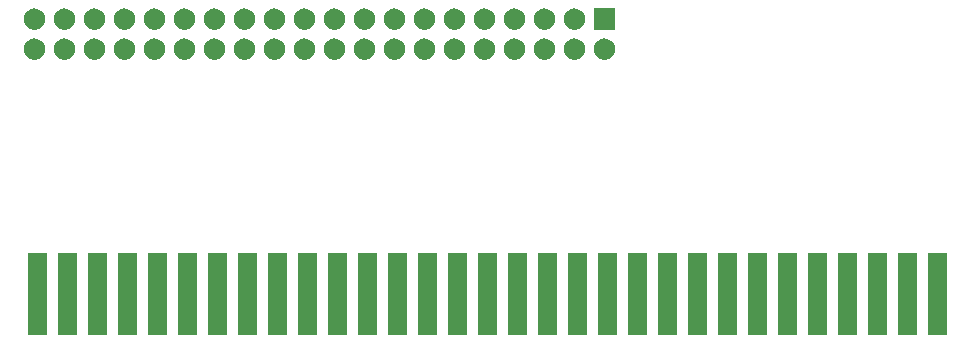
<source format=gbr>
G04 #@! TF.GenerationSoftware,KiCad,Pcbnew,(5.1.5)-3*
G04 #@! TF.CreationDate,2021-07-01T18:35:26+03:00*
G04 #@! TF.ProjectId,ISARPi,49534152-5069-42e6-9b69-6361645f7063,rev?*
G04 #@! TF.SameCoordinates,Original*
G04 #@! TF.FileFunction,Soldermask,Bot*
G04 #@! TF.FilePolarity,Negative*
%FSLAX46Y46*%
G04 Gerber Fmt 4.6, Leading zero omitted, Abs format (unit mm)*
G04 Created by KiCad (PCBNEW (5.1.5)-3) date 2021-07-01 18:35:26*
%MOMM*%
%LPD*%
G04 APERTURE LIST*
%ADD10C,0.100000*%
G04 APERTURE END LIST*
D10*
G36*
X92713000Y-93861000D02*
G01*
X91087000Y-93861000D01*
X91087000Y-86901000D01*
X92713000Y-86901000D01*
X92713000Y-93861000D01*
G37*
G36*
X130813000Y-93861000D02*
G01*
X129187000Y-93861000D01*
X129187000Y-86901000D01*
X130813000Y-86901000D01*
X130813000Y-93861000D01*
G37*
G36*
X168913000Y-93861000D02*
G01*
X167287000Y-93861000D01*
X167287000Y-86901000D01*
X168913000Y-86901000D01*
X168913000Y-93861000D01*
G37*
G36*
X163833000Y-93861000D02*
G01*
X162207000Y-93861000D01*
X162207000Y-86901000D01*
X163833000Y-86901000D01*
X163833000Y-93861000D01*
G37*
G36*
X161293000Y-93861000D02*
G01*
X159667000Y-93861000D01*
X159667000Y-86901000D01*
X161293000Y-86901000D01*
X161293000Y-93861000D01*
G37*
G36*
X158753000Y-93861000D02*
G01*
X157127000Y-93861000D01*
X157127000Y-86901000D01*
X158753000Y-86901000D01*
X158753000Y-93861000D01*
G37*
G36*
X156213000Y-93861000D02*
G01*
X154587000Y-93861000D01*
X154587000Y-86901000D01*
X156213000Y-86901000D01*
X156213000Y-93861000D01*
G37*
G36*
X153673000Y-93861000D02*
G01*
X152047000Y-93861000D01*
X152047000Y-86901000D01*
X153673000Y-86901000D01*
X153673000Y-93861000D01*
G37*
G36*
X151133000Y-93861000D02*
G01*
X149507000Y-93861000D01*
X149507000Y-86901000D01*
X151133000Y-86901000D01*
X151133000Y-93861000D01*
G37*
G36*
X148593000Y-93861000D02*
G01*
X146967000Y-93861000D01*
X146967000Y-86901000D01*
X148593000Y-86901000D01*
X148593000Y-93861000D01*
G37*
G36*
X146053000Y-93861000D02*
G01*
X144427000Y-93861000D01*
X144427000Y-86901000D01*
X146053000Y-86901000D01*
X146053000Y-93861000D01*
G37*
G36*
X143513000Y-93861000D02*
G01*
X141887000Y-93861000D01*
X141887000Y-86901000D01*
X143513000Y-86901000D01*
X143513000Y-93861000D01*
G37*
G36*
X140973000Y-93861000D02*
G01*
X139347000Y-93861000D01*
X139347000Y-86901000D01*
X140973000Y-86901000D01*
X140973000Y-93861000D01*
G37*
G36*
X138433000Y-93861000D02*
G01*
X136807000Y-93861000D01*
X136807000Y-86901000D01*
X138433000Y-86901000D01*
X138433000Y-93861000D01*
G37*
G36*
X135893000Y-93861000D02*
G01*
X134267000Y-93861000D01*
X134267000Y-86901000D01*
X135893000Y-86901000D01*
X135893000Y-93861000D01*
G37*
G36*
X133353000Y-93861000D02*
G01*
X131727000Y-93861000D01*
X131727000Y-86901000D01*
X133353000Y-86901000D01*
X133353000Y-93861000D01*
G37*
G36*
X128273000Y-93861000D02*
G01*
X126647000Y-93861000D01*
X126647000Y-86901000D01*
X128273000Y-86901000D01*
X128273000Y-93861000D01*
G37*
G36*
X95253000Y-93861000D02*
G01*
X93627000Y-93861000D01*
X93627000Y-86901000D01*
X95253000Y-86901000D01*
X95253000Y-93861000D01*
G37*
G36*
X97793000Y-93861000D02*
G01*
X96167000Y-93861000D01*
X96167000Y-86901000D01*
X97793000Y-86901000D01*
X97793000Y-93861000D01*
G37*
G36*
X100333000Y-93861000D02*
G01*
X98707000Y-93861000D01*
X98707000Y-86901000D01*
X100333000Y-86901000D01*
X100333000Y-93861000D01*
G37*
G36*
X102873000Y-93861000D02*
G01*
X101247000Y-93861000D01*
X101247000Y-86901000D01*
X102873000Y-86901000D01*
X102873000Y-93861000D01*
G37*
G36*
X105413000Y-93861000D02*
G01*
X103787000Y-93861000D01*
X103787000Y-86901000D01*
X105413000Y-86901000D01*
X105413000Y-93861000D01*
G37*
G36*
X107953000Y-93861000D02*
G01*
X106327000Y-93861000D01*
X106327000Y-86901000D01*
X107953000Y-86901000D01*
X107953000Y-93861000D01*
G37*
G36*
X110493000Y-93861000D02*
G01*
X108867000Y-93861000D01*
X108867000Y-86901000D01*
X110493000Y-86901000D01*
X110493000Y-93861000D01*
G37*
G36*
X115573000Y-93861000D02*
G01*
X113947000Y-93861000D01*
X113947000Y-86901000D01*
X115573000Y-86901000D01*
X115573000Y-93861000D01*
G37*
G36*
X118113000Y-93861000D02*
G01*
X116487000Y-93861000D01*
X116487000Y-86901000D01*
X118113000Y-86901000D01*
X118113000Y-93861000D01*
G37*
G36*
X120653000Y-93861000D02*
G01*
X119027000Y-93861000D01*
X119027000Y-86901000D01*
X120653000Y-86901000D01*
X120653000Y-93861000D01*
G37*
G36*
X123193000Y-93861000D02*
G01*
X121567000Y-93861000D01*
X121567000Y-86901000D01*
X123193000Y-86901000D01*
X123193000Y-93861000D01*
G37*
G36*
X125733000Y-93861000D02*
G01*
X124107000Y-93861000D01*
X124107000Y-86901000D01*
X125733000Y-86901000D01*
X125733000Y-93861000D01*
G37*
G36*
X166373000Y-93861000D02*
G01*
X164747000Y-93861000D01*
X164747000Y-86901000D01*
X166373000Y-86901000D01*
X166373000Y-93861000D01*
G37*
G36*
X113033000Y-93861000D02*
G01*
X111407000Y-93861000D01*
X111407000Y-86901000D01*
X113033000Y-86901000D01*
X113033000Y-93861000D01*
G37*
G36*
X132393512Y-68743927D02*
G01*
X132542812Y-68773624D01*
X132706784Y-68841544D01*
X132854354Y-68940147D01*
X132979853Y-69065646D01*
X133078456Y-69213216D01*
X133146376Y-69377188D01*
X133181000Y-69551259D01*
X133181000Y-69728741D01*
X133146376Y-69902812D01*
X133078456Y-70066784D01*
X132979853Y-70214354D01*
X132854354Y-70339853D01*
X132706784Y-70438456D01*
X132542812Y-70506376D01*
X132393512Y-70536073D01*
X132368742Y-70541000D01*
X132191258Y-70541000D01*
X132166488Y-70536073D01*
X132017188Y-70506376D01*
X131853216Y-70438456D01*
X131705646Y-70339853D01*
X131580147Y-70214354D01*
X131481544Y-70066784D01*
X131413624Y-69902812D01*
X131379000Y-69728741D01*
X131379000Y-69551259D01*
X131413624Y-69377188D01*
X131481544Y-69213216D01*
X131580147Y-69065646D01*
X131705646Y-68940147D01*
X131853216Y-68841544D01*
X132017188Y-68773624D01*
X132166488Y-68743927D01*
X132191258Y-68739000D01*
X132368742Y-68739000D01*
X132393512Y-68743927D01*
G37*
G36*
X134933512Y-68743927D02*
G01*
X135082812Y-68773624D01*
X135246784Y-68841544D01*
X135394354Y-68940147D01*
X135519853Y-69065646D01*
X135618456Y-69213216D01*
X135686376Y-69377188D01*
X135721000Y-69551259D01*
X135721000Y-69728741D01*
X135686376Y-69902812D01*
X135618456Y-70066784D01*
X135519853Y-70214354D01*
X135394354Y-70339853D01*
X135246784Y-70438456D01*
X135082812Y-70506376D01*
X134933512Y-70536073D01*
X134908742Y-70541000D01*
X134731258Y-70541000D01*
X134706488Y-70536073D01*
X134557188Y-70506376D01*
X134393216Y-70438456D01*
X134245646Y-70339853D01*
X134120147Y-70214354D01*
X134021544Y-70066784D01*
X133953624Y-69902812D01*
X133919000Y-69728741D01*
X133919000Y-69551259D01*
X133953624Y-69377188D01*
X134021544Y-69213216D01*
X134120147Y-69065646D01*
X134245646Y-68940147D01*
X134393216Y-68841544D01*
X134557188Y-68773624D01*
X134706488Y-68743927D01*
X134731258Y-68739000D01*
X134908742Y-68739000D01*
X134933512Y-68743927D01*
G37*
G36*
X140013512Y-68743927D02*
G01*
X140162812Y-68773624D01*
X140326784Y-68841544D01*
X140474354Y-68940147D01*
X140599853Y-69065646D01*
X140698456Y-69213216D01*
X140766376Y-69377188D01*
X140801000Y-69551259D01*
X140801000Y-69728741D01*
X140766376Y-69902812D01*
X140698456Y-70066784D01*
X140599853Y-70214354D01*
X140474354Y-70339853D01*
X140326784Y-70438456D01*
X140162812Y-70506376D01*
X140013512Y-70536073D01*
X139988742Y-70541000D01*
X139811258Y-70541000D01*
X139786488Y-70536073D01*
X139637188Y-70506376D01*
X139473216Y-70438456D01*
X139325646Y-70339853D01*
X139200147Y-70214354D01*
X139101544Y-70066784D01*
X139033624Y-69902812D01*
X138999000Y-69728741D01*
X138999000Y-69551259D01*
X139033624Y-69377188D01*
X139101544Y-69213216D01*
X139200147Y-69065646D01*
X139325646Y-68940147D01*
X139473216Y-68841544D01*
X139637188Y-68773624D01*
X139786488Y-68743927D01*
X139811258Y-68739000D01*
X139988742Y-68739000D01*
X140013512Y-68743927D01*
G37*
G36*
X112073512Y-68743927D02*
G01*
X112222812Y-68773624D01*
X112386784Y-68841544D01*
X112534354Y-68940147D01*
X112659853Y-69065646D01*
X112758456Y-69213216D01*
X112826376Y-69377188D01*
X112861000Y-69551259D01*
X112861000Y-69728741D01*
X112826376Y-69902812D01*
X112758456Y-70066784D01*
X112659853Y-70214354D01*
X112534354Y-70339853D01*
X112386784Y-70438456D01*
X112222812Y-70506376D01*
X112073512Y-70536073D01*
X112048742Y-70541000D01*
X111871258Y-70541000D01*
X111846488Y-70536073D01*
X111697188Y-70506376D01*
X111533216Y-70438456D01*
X111385646Y-70339853D01*
X111260147Y-70214354D01*
X111161544Y-70066784D01*
X111093624Y-69902812D01*
X111059000Y-69728741D01*
X111059000Y-69551259D01*
X111093624Y-69377188D01*
X111161544Y-69213216D01*
X111260147Y-69065646D01*
X111385646Y-68940147D01*
X111533216Y-68841544D01*
X111697188Y-68773624D01*
X111846488Y-68743927D01*
X111871258Y-68739000D01*
X112048742Y-68739000D01*
X112073512Y-68743927D01*
G37*
G36*
X101913512Y-68743927D02*
G01*
X102062812Y-68773624D01*
X102226784Y-68841544D01*
X102374354Y-68940147D01*
X102499853Y-69065646D01*
X102598456Y-69213216D01*
X102666376Y-69377188D01*
X102701000Y-69551259D01*
X102701000Y-69728741D01*
X102666376Y-69902812D01*
X102598456Y-70066784D01*
X102499853Y-70214354D01*
X102374354Y-70339853D01*
X102226784Y-70438456D01*
X102062812Y-70506376D01*
X101913512Y-70536073D01*
X101888742Y-70541000D01*
X101711258Y-70541000D01*
X101686488Y-70536073D01*
X101537188Y-70506376D01*
X101373216Y-70438456D01*
X101225646Y-70339853D01*
X101100147Y-70214354D01*
X101001544Y-70066784D01*
X100933624Y-69902812D01*
X100899000Y-69728741D01*
X100899000Y-69551259D01*
X100933624Y-69377188D01*
X101001544Y-69213216D01*
X101100147Y-69065646D01*
X101225646Y-68940147D01*
X101373216Y-68841544D01*
X101537188Y-68773624D01*
X101686488Y-68743927D01*
X101711258Y-68739000D01*
X101888742Y-68739000D01*
X101913512Y-68743927D01*
G37*
G36*
X114613512Y-68743927D02*
G01*
X114762812Y-68773624D01*
X114926784Y-68841544D01*
X115074354Y-68940147D01*
X115199853Y-69065646D01*
X115298456Y-69213216D01*
X115366376Y-69377188D01*
X115401000Y-69551259D01*
X115401000Y-69728741D01*
X115366376Y-69902812D01*
X115298456Y-70066784D01*
X115199853Y-70214354D01*
X115074354Y-70339853D01*
X114926784Y-70438456D01*
X114762812Y-70506376D01*
X114613512Y-70536073D01*
X114588742Y-70541000D01*
X114411258Y-70541000D01*
X114386488Y-70536073D01*
X114237188Y-70506376D01*
X114073216Y-70438456D01*
X113925646Y-70339853D01*
X113800147Y-70214354D01*
X113701544Y-70066784D01*
X113633624Y-69902812D01*
X113599000Y-69728741D01*
X113599000Y-69551259D01*
X113633624Y-69377188D01*
X113701544Y-69213216D01*
X113800147Y-69065646D01*
X113925646Y-68940147D01*
X114073216Y-68841544D01*
X114237188Y-68773624D01*
X114386488Y-68743927D01*
X114411258Y-68739000D01*
X114588742Y-68739000D01*
X114613512Y-68743927D01*
G37*
G36*
X91753512Y-68743927D02*
G01*
X91902812Y-68773624D01*
X92066784Y-68841544D01*
X92214354Y-68940147D01*
X92339853Y-69065646D01*
X92438456Y-69213216D01*
X92506376Y-69377188D01*
X92541000Y-69551259D01*
X92541000Y-69728741D01*
X92506376Y-69902812D01*
X92438456Y-70066784D01*
X92339853Y-70214354D01*
X92214354Y-70339853D01*
X92066784Y-70438456D01*
X91902812Y-70506376D01*
X91753512Y-70536073D01*
X91728742Y-70541000D01*
X91551258Y-70541000D01*
X91526488Y-70536073D01*
X91377188Y-70506376D01*
X91213216Y-70438456D01*
X91065646Y-70339853D01*
X90940147Y-70214354D01*
X90841544Y-70066784D01*
X90773624Y-69902812D01*
X90739000Y-69728741D01*
X90739000Y-69551259D01*
X90773624Y-69377188D01*
X90841544Y-69213216D01*
X90940147Y-69065646D01*
X91065646Y-68940147D01*
X91213216Y-68841544D01*
X91377188Y-68773624D01*
X91526488Y-68743927D01*
X91551258Y-68739000D01*
X91728742Y-68739000D01*
X91753512Y-68743927D01*
G37*
G36*
X94293512Y-68743927D02*
G01*
X94442812Y-68773624D01*
X94606784Y-68841544D01*
X94754354Y-68940147D01*
X94879853Y-69065646D01*
X94978456Y-69213216D01*
X95046376Y-69377188D01*
X95081000Y-69551259D01*
X95081000Y-69728741D01*
X95046376Y-69902812D01*
X94978456Y-70066784D01*
X94879853Y-70214354D01*
X94754354Y-70339853D01*
X94606784Y-70438456D01*
X94442812Y-70506376D01*
X94293512Y-70536073D01*
X94268742Y-70541000D01*
X94091258Y-70541000D01*
X94066488Y-70536073D01*
X93917188Y-70506376D01*
X93753216Y-70438456D01*
X93605646Y-70339853D01*
X93480147Y-70214354D01*
X93381544Y-70066784D01*
X93313624Y-69902812D01*
X93279000Y-69728741D01*
X93279000Y-69551259D01*
X93313624Y-69377188D01*
X93381544Y-69213216D01*
X93480147Y-69065646D01*
X93605646Y-68940147D01*
X93753216Y-68841544D01*
X93917188Y-68773624D01*
X94066488Y-68743927D01*
X94091258Y-68739000D01*
X94268742Y-68739000D01*
X94293512Y-68743927D01*
G37*
G36*
X96833512Y-68743927D02*
G01*
X96982812Y-68773624D01*
X97146784Y-68841544D01*
X97294354Y-68940147D01*
X97419853Y-69065646D01*
X97518456Y-69213216D01*
X97586376Y-69377188D01*
X97621000Y-69551259D01*
X97621000Y-69728741D01*
X97586376Y-69902812D01*
X97518456Y-70066784D01*
X97419853Y-70214354D01*
X97294354Y-70339853D01*
X97146784Y-70438456D01*
X96982812Y-70506376D01*
X96833512Y-70536073D01*
X96808742Y-70541000D01*
X96631258Y-70541000D01*
X96606488Y-70536073D01*
X96457188Y-70506376D01*
X96293216Y-70438456D01*
X96145646Y-70339853D01*
X96020147Y-70214354D01*
X95921544Y-70066784D01*
X95853624Y-69902812D01*
X95819000Y-69728741D01*
X95819000Y-69551259D01*
X95853624Y-69377188D01*
X95921544Y-69213216D01*
X96020147Y-69065646D01*
X96145646Y-68940147D01*
X96293216Y-68841544D01*
X96457188Y-68773624D01*
X96606488Y-68743927D01*
X96631258Y-68739000D01*
X96808742Y-68739000D01*
X96833512Y-68743927D01*
G37*
G36*
X99373512Y-68743927D02*
G01*
X99522812Y-68773624D01*
X99686784Y-68841544D01*
X99834354Y-68940147D01*
X99959853Y-69065646D01*
X100058456Y-69213216D01*
X100126376Y-69377188D01*
X100161000Y-69551259D01*
X100161000Y-69728741D01*
X100126376Y-69902812D01*
X100058456Y-70066784D01*
X99959853Y-70214354D01*
X99834354Y-70339853D01*
X99686784Y-70438456D01*
X99522812Y-70506376D01*
X99373512Y-70536073D01*
X99348742Y-70541000D01*
X99171258Y-70541000D01*
X99146488Y-70536073D01*
X98997188Y-70506376D01*
X98833216Y-70438456D01*
X98685646Y-70339853D01*
X98560147Y-70214354D01*
X98461544Y-70066784D01*
X98393624Y-69902812D01*
X98359000Y-69728741D01*
X98359000Y-69551259D01*
X98393624Y-69377188D01*
X98461544Y-69213216D01*
X98560147Y-69065646D01*
X98685646Y-68940147D01*
X98833216Y-68841544D01*
X98997188Y-68773624D01*
X99146488Y-68743927D01*
X99171258Y-68739000D01*
X99348742Y-68739000D01*
X99373512Y-68743927D01*
G37*
G36*
X127313512Y-68743927D02*
G01*
X127462812Y-68773624D01*
X127626784Y-68841544D01*
X127774354Y-68940147D01*
X127899853Y-69065646D01*
X127998456Y-69213216D01*
X128066376Y-69377188D01*
X128101000Y-69551259D01*
X128101000Y-69728741D01*
X128066376Y-69902812D01*
X127998456Y-70066784D01*
X127899853Y-70214354D01*
X127774354Y-70339853D01*
X127626784Y-70438456D01*
X127462812Y-70506376D01*
X127313512Y-70536073D01*
X127288742Y-70541000D01*
X127111258Y-70541000D01*
X127086488Y-70536073D01*
X126937188Y-70506376D01*
X126773216Y-70438456D01*
X126625646Y-70339853D01*
X126500147Y-70214354D01*
X126401544Y-70066784D01*
X126333624Y-69902812D01*
X126299000Y-69728741D01*
X126299000Y-69551259D01*
X126333624Y-69377188D01*
X126401544Y-69213216D01*
X126500147Y-69065646D01*
X126625646Y-68940147D01*
X126773216Y-68841544D01*
X126937188Y-68773624D01*
X127086488Y-68743927D01*
X127111258Y-68739000D01*
X127288742Y-68739000D01*
X127313512Y-68743927D01*
G37*
G36*
X129853512Y-68743927D02*
G01*
X130002812Y-68773624D01*
X130166784Y-68841544D01*
X130314354Y-68940147D01*
X130439853Y-69065646D01*
X130538456Y-69213216D01*
X130606376Y-69377188D01*
X130641000Y-69551259D01*
X130641000Y-69728741D01*
X130606376Y-69902812D01*
X130538456Y-70066784D01*
X130439853Y-70214354D01*
X130314354Y-70339853D01*
X130166784Y-70438456D01*
X130002812Y-70506376D01*
X129853512Y-70536073D01*
X129828742Y-70541000D01*
X129651258Y-70541000D01*
X129626488Y-70536073D01*
X129477188Y-70506376D01*
X129313216Y-70438456D01*
X129165646Y-70339853D01*
X129040147Y-70214354D01*
X128941544Y-70066784D01*
X128873624Y-69902812D01*
X128839000Y-69728741D01*
X128839000Y-69551259D01*
X128873624Y-69377188D01*
X128941544Y-69213216D01*
X129040147Y-69065646D01*
X129165646Y-68940147D01*
X129313216Y-68841544D01*
X129477188Y-68773624D01*
X129626488Y-68743927D01*
X129651258Y-68739000D01*
X129828742Y-68739000D01*
X129853512Y-68743927D01*
G37*
G36*
X104453512Y-68743927D02*
G01*
X104602812Y-68773624D01*
X104766784Y-68841544D01*
X104914354Y-68940147D01*
X105039853Y-69065646D01*
X105138456Y-69213216D01*
X105206376Y-69377188D01*
X105241000Y-69551259D01*
X105241000Y-69728741D01*
X105206376Y-69902812D01*
X105138456Y-70066784D01*
X105039853Y-70214354D01*
X104914354Y-70339853D01*
X104766784Y-70438456D01*
X104602812Y-70506376D01*
X104453512Y-70536073D01*
X104428742Y-70541000D01*
X104251258Y-70541000D01*
X104226488Y-70536073D01*
X104077188Y-70506376D01*
X103913216Y-70438456D01*
X103765646Y-70339853D01*
X103640147Y-70214354D01*
X103541544Y-70066784D01*
X103473624Y-69902812D01*
X103439000Y-69728741D01*
X103439000Y-69551259D01*
X103473624Y-69377188D01*
X103541544Y-69213216D01*
X103640147Y-69065646D01*
X103765646Y-68940147D01*
X103913216Y-68841544D01*
X104077188Y-68773624D01*
X104226488Y-68743927D01*
X104251258Y-68739000D01*
X104428742Y-68739000D01*
X104453512Y-68743927D01*
G37*
G36*
X106993512Y-68743927D02*
G01*
X107142812Y-68773624D01*
X107306784Y-68841544D01*
X107454354Y-68940147D01*
X107579853Y-69065646D01*
X107678456Y-69213216D01*
X107746376Y-69377188D01*
X107781000Y-69551259D01*
X107781000Y-69728741D01*
X107746376Y-69902812D01*
X107678456Y-70066784D01*
X107579853Y-70214354D01*
X107454354Y-70339853D01*
X107306784Y-70438456D01*
X107142812Y-70506376D01*
X106993512Y-70536073D01*
X106968742Y-70541000D01*
X106791258Y-70541000D01*
X106766488Y-70536073D01*
X106617188Y-70506376D01*
X106453216Y-70438456D01*
X106305646Y-70339853D01*
X106180147Y-70214354D01*
X106081544Y-70066784D01*
X106013624Y-69902812D01*
X105979000Y-69728741D01*
X105979000Y-69551259D01*
X106013624Y-69377188D01*
X106081544Y-69213216D01*
X106180147Y-69065646D01*
X106305646Y-68940147D01*
X106453216Y-68841544D01*
X106617188Y-68773624D01*
X106766488Y-68743927D01*
X106791258Y-68739000D01*
X106968742Y-68739000D01*
X106993512Y-68743927D01*
G37*
G36*
X109533512Y-68743927D02*
G01*
X109682812Y-68773624D01*
X109846784Y-68841544D01*
X109994354Y-68940147D01*
X110119853Y-69065646D01*
X110218456Y-69213216D01*
X110286376Y-69377188D01*
X110321000Y-69551259D01*
X110321000Y-69728741D01*
X110286376Y-69902812D01*
X110218456Y-70066784D01*
X110119853Y-70214354D01*
X109994354Y-70339853D01*
X109846784Y-70438456D01*
X109682812Y-70506376D01*
X109533512Y-70536073D01*
X109508742Y-70541000D01*
X109331258Y-70541000D01*
X109306488Y-70536073D01*
X109157188Y-70506376D01*
X108993216Y-70438456D01*
X108845646Y-70339853D01*
X108720147Y-70214354D01*
X108621544Y-70066784D01*
X108553624Y-69902812D01*
X108519000Y-69728741D01*
X108519000Y-69551259D01*
X108553624Y-69377188D01*
X108621544Y-69213216D01*
X108720147Y-69065646D01*
X108845646Y-68940147D01*
X108993216Y-68841544D01*
X109157188Y-68773624D01*
X109306488Y-68743927D01*
X109331258Y-68739000D01*
X109508742Y-68739000D01*
X109533512Y-68743927D01*
G37*
G36*
X137473512Y-68743927D02*
G01*
X137622812Y-68773624D01*
X137786784Y-68841544D01*
X137934354Y-68940147D01*
X138059853Y-69065646D01*
X138158456Y-69213216D01*
X138226376Y-69377188D01*
X138261000Y-69551259D01*
X138261000Y-69728741D01*
X138226376Y-69902812D01*
X138158456Y-70066784D01*
X138059853Y-70214354D01*
X137934354Y-70339853D01*
X137786784Y-70438456D01*
X137622812Y-70506376D01*
X137473512Y-70536073D01*
X137448742Y-70541000D01*
X137271258Y-70541000D01*
X137246488Y-70536073D01*
X137097188Y-70506376D01*
X136933216Y-70438456D01*
X136785646Y-70339853D01*
X136660147Y-70214354D01*
X136561544Y-70066784D01*
X136493624Y-69902812D01*
X136459000Y-69728741D01*
X136459000Y-69551259D01*
X136493624Y-69377188D01*
X136561544Y-69213216D01*
X136660147Y-69065646D01*
X136785646Y-68940147D01*
X136933216Y-68841544D01*
X137097188Y-68773624D01*
X137246488Y-68743927D01*
X137271258Y-68739000D01*
X137448742Y-68739000D01*
X137473512Y-68743927D01*
G37*
G36*
X117153512Y-68743927D02*
G01*
X117302812Y-68773624D01*
X117466784Y-68841544D01*
X117614354Y-68940147D01*
X117739853Y-69065646D01*
X117838456Y-69213216D01*
X117906376Y-69377188D01*
X117941000Y-69551259D01*
X117941000Y-69728741D01*
X117906376Y-69902812D01*
X117838456Y-70066784D01*
X117739853Y-70214354D01*
X117614354Y-70339853D01*
X117466784Y-70438456D01*
X117302812Y-70506376D01*
X117153512Y-70536073D01*
X117128742Y-70541000D01*
X116951258Y-70541000D01*
X116926488Y-70536073D01*
X116777188Y-70506376D01*
X116613216Y-70438456D01*
X116465646Y-70339853D01*
X116340147Y-70214354D01*
X116241544Y-70066784D01*
X116173624Y-69902812D01*
X116139000Y-69728741D01*
X116139000Y-69551259D01*
X116173624Y-69377188D01*
X116241544Y-69213216D01*
X116340147Y-69065646D01*
X116465646Y-68940147D01*
X116613216Y-68841544D01*
X116777188Y-68773624D01*
X116926488Y-68743927D01*
X116951258Y-68739000D01*
X117128742Y-68739000D01*
X117153512Y-68743927D01*
G37*
G36*
X119693512Y-68743927D02*
G01*
X119842812Y-68773624D01*
X120006784Y-68841544D01*
X120154354Y-68940147D01*
X120279853Y-69065646D01*
X120378456Y-69213216D01*
X120446376Y-69377188D01*
X120481000Y-69551259D01*
X120481000Y-69728741D01*
X120446376Y-69902812D01*
X120378456Y-70066784D01*
X120279853Y-70214354D01*
X120154354Y-70339853D01*
X120006784Y-70438456D01*
X119842812Y-70506376D01*
X119693512Y-70536073D01*
X119668742Y-70541000D01*
X119491258Y-70541000D01*
X119466488Y-70536073D01*
X119317188Y-70506376D01*
X119153216Y-70438456D01*
X119005646Y-70339853D01*
X118880147Y-70214354D01*
X118781544Y-70066784D01*
X118713624Y-69902812D01*
X118679000Y-69728741D01*
X118679000Y-69551259D01*
X118713624Y-69377188D01*
X118781544Y-69213216D01*
X118880147Y-69065646D01*
X119005646Y-68940147D01*
X119153216Y-68841544D01*
X119317188Y-68773624D01*
X119466488Y-68743927D01*
X119491258Y-68739000D01*
X119668742Y-68739000D01*
X119693512Y-68743927D01*
G37*
G36*
X122233512Y-68743927D02*
G01*
X122382812Y-68773624D01*
X122546784Y-68841544D01*
X122694354Y-68940147D01*
X122819853Y-69065646D01*
X122918456Y-69213216D01*
X122986376Y-69377188D01*
X123021000Y-69551259D01*
X123021000Y-69728741D01*
X122986376Y-69902812D01*
X122918456Y-70066784D01*
X122819853Y-70214354D01*
X122694354Y-70339853D01*
X122546784Y-70438456D01*
X122382812Y-70506376D01*
X122233512Y-70536073D01*
X122208742Y-70541000D01*
X122031258Y-70541000D01*
X122006488Y-70536073D01*
X121857188Y-70506376D01*
X121693216Y-70438456D01*
X121545646Y-70339853D01*
X121420147Y-70214354D01*
X121321544Y-70066784D01*
X121253624Y-69902812D01*
X121219000Y-69728741D01*
X121219000Y-69551259D01*
X121253624Y-69377188D01*
X121321544Y-69213216D01*
X121420147Y-69065646D01*
X121545646Y-68940147D01*
X121693216Y-68841544D01*
X121857188Y-68773624D01*
X122006488Y-68743927D01*
X122031258Y-68739000D01*
X122208742Y-68739000D01*
X122233512Y-68743927D01*
G37*
G36*
X124773512Y-68743927D02*
G01*
X124922812Y-68773624D01*
X125086784Y-68841544D01*
X125234354Y-68940147D01*
X125359853Y-69065646D01*
X125458456Y-69213216D01*
X125526376Y-69377188D01*
X125561000Y-69551259D01*
X125561000Y-69728741D01*
X125526376Y-69902812D01*
X125458456Y-70066784D01*
X125359853Y-70214354D01*
X125234354Y-70339853D01*
X125086784Y-70438456D01*
X124922812Y-70506376D01*
X124773512Y-70536073D01*
X124748742Y-70541000D01*
X124571258Y-70541000D01*
X124546488Y-70536073D01*
X124397188Y-70506376D01*
X124233216Y-70438456D01*
X124085646Y-70339853D01*
X123960147Y-70214354D01*
X123861544Y-70066784D01*
X123793624Y-69902812D01*
X123759000Y-69728741D01*
X123759000Y-69551259D01*
X123793624Y-69377188D01*
X123861544Y-69213216D01*
X123960147Y-69065646D01*
X124085646Y-68940147D01*
X124233216Y-68841544D01*
X124397188Y-68773624D01*
X124546488Y-68743927D01*
X124571258Y-68739000D01*
X124748742Y-68739000D01*
X124773512Y-68743927D01*
G37*
G36*
X91753512Y-66203927D02*
G01*
X91902812Y-66233624D01*
X92066784Y-66301544D01*
X92214354Y-66400147D01*
X92339853Y-66525646D01*
X92438456Y-66673216D01*
X92506376Y-66837188D01*
X92541000Y-67011259D01*
X92541000Y-67188741D01*
X92506376Y-67362812D01*
X92438456Y-67526784D01*
X92339853Y-67674354D01*
X92214354Y-67799853D01*
X92066784Y-67898456D01*
X91902812Y-67966376D01*
X91753512Y-67996073D01*
X91728742Y-68001000D01*
X91551258Y-68001000D01*
X91526488Y-67996073D01*
X91377188Y-67966376D01*
X91213216Y-67898456D01*
X91065646Y-67799853D01*
X90940147Y-67674354D01*
X90841544Y-67526784D01*
X90773624Y-67362812D01*
X90739000Y-67188741D01*
X90739000Y-67011259D01*
X90773624Y-66837188D01*
X90841544Y-66673216D01*
X90940147Y-66525646D01*
X91065646Y-66400147D01*
X91213216Y-66301544D01*
X91377188Y-66233624D01*
X91526488Y-66203927D01*
X91551258Y-66199000D01*
X91728742Y-66199000D01*
X91753512Y-66203927D01*
G37*
G36*
X114613512Y-66203927D02*
G01*
X114762812Y-66233624D01*
X114926784Y-66301544D01*
X115074354Y-66400147D01*
X115199853Y-66525646D01*
X115298456Y-66673216D01*
X115366376Y-66837188D01*
X115401000Y-67011259D01*
X115401000Y-67188741D01*
X115366376Y-67362812D01*
X115298456Y-67526784D01*
X115199853Y-67674354D01*
X115074354Y-67799853D01*
X114926784Y-67898456D01*
X114762812Y-67966376D01*
X114613512Y-67996073D01*
X114588742Y-68001000D01*
X114411258Y-68001000D01*
X114386488Y-67996073D01*
X114237188Y-67966376D01*
X114073216Y-67898456D01*
X113925646Y-67799853D01*
X113800147Y-67674354D01*
X113701544Y-67526784D01*
X113633624Y-67362812D01*
X113599000Y-67188741D01*
X113599000Y-67011259D01*
X113633624Y-66837188D01*
X113701544Y-66673216D01*
X113800147Y-66525646D01*
X113925646Y-66400147D01*
X114073216Y-66301544D01*
X114237188Y-66233624D01*
X114386488Y-66203927D01*
X114411258Y-66199000D01*
X114588742Y-66199000D01*
X114613512Y-66203927D01*
G37*
G36*
X94293512Y-66203927D02*
G01*
X94442812Y-66233624D01*
X94606784Y-66301544D01*
X94754354Y-66400147D01*
X94879853Y-66525646D01*
X94978456Y-66673216D01*
X95046376Y-66837188D01*
X95081000Y-67011259D01*
X95081000Y-67188741D01*
X95046376Y-67362812D01*
X94978456Y-67526784D01*
X94879853Y-67674354D01*
X94754354Y-67799853D01*
X94606784Y-67898456D01*
X94442812Y-67966376D01*
X94293512Y-67996073D01*
X94268742Y-68001000D01*
X94091258Y-68001000D01*
X94066488Y-67996073D01*
X93917188Y-67966376D01*
X93753216Y-67898456D01*
X93605646Y-67799853D01*
X93480147Y-67674354D01*
X93381544Y-67526784D01*
X93313624Y-67362812D01*
X93279000Y-67188741D01*
X93279000Y-67011259D01*
X93313624Y-66837188D01*
X93381544Y-66673216D01*
X93480147Y-66525646D01*
X93605646Y-66400147D01*
X93753216Y-66301544D01*
X93917188Y-66233624D01*
X94066488Y-66203927D01*
X94091258Y-66199000D01*
X94268742Y-66199000D01*
X94293512Y-66203927D01*
G37*
G36*
X112073512Y-66203927D02*
G01*
X112222812Y-66233624D01*
X112386784Y-66301544D01*
X112534354Y-66400147D01*
X112659853Y-66525646D01*
X112758456Y-66673216D01*
X112826376Y-66837188D01*
X112861000Y-67011259D01*
X112861000Y-67188741D01*
X112826376Y-67362812D01*
X112758456Y-67526784D01*
X112659853Y-67674354D01*
X112534354Y-67799853D01*
X112386784Y-67898456D01*
X112222812Y-67966376D01*
X112073512Y-67996073D01*
X112048742Y-68001000D01*
X111871258Y-68001000D01*
X111846488Y-67996073D01*
X111697188Y-67966376D01*
X111533216Y-67898456D01*
X111385646Y-67799853D01*
X111260147Y-67674354D01*
X111161544Y-67526784D01*
X111093624Y-67362812D01*
X111059000Y-67188741D01*
X111059000Y-67011259D01*
X111093624Y-66837188D01*
X111161544Y-66673216D01*
X111260147Y-66525646D01*
X111385646Y-66400147D01*
X111533216Y-66301544D01*
X111697188Y-66233624D01*
X111846488Y-66203927D01*
X111871258Y-66199000D01*
X112048742Y-66199000D01*
X112073512Y-66203927D01*
G37*
G36*
X109533512Y-66203927D02*
G01*
X109682812Y-66233624D01*
X109846784Y-66301544D01*
X109994354Y-66400147D01*
X110119853Y-66525646D01*
X110218456Y-66673216D01*
X110286376Y-66837188D01*
X110321000Y-67011259D01*
X110321000Y-67188741D01*
X110286376Y-67362812D01*
X110218456Y-67526784D01*
X110119853Y-67674354D01*
X109994354Y-67799853D01*
X109846784Y-67898456D01*
X109682812Y-67966376D01*
X109533512Y-67996073D01*
X109508742Y-68001000D01*
X109331258Y-68001000D01*
X109306488Y-67996073D01*
X109157188Y-67966376D01*
X108993216Y-67898456D01*
X108845646Y-67799853D01*
X108720147Y-67674354D01*
X108621544Y-67526784D01*
X108553624Y-67362812D01*
X108519000Y-67188741D01*
X108519000Y-67011259D01*
X108553624Y-66837188D01*
X108621544Y-66673216D01*
X108720147Y-66525646D01*
X108845646Y-66400147D01*
X108993216Y-66301544D01*
X109157188Y-66233624D01*
X109306488Y-66203927D01*
X109331258Y-66199000D01*
X109508742Y-66199000D01*
X109533512Y-66203927D01*
G37*
G36*
X96833512Y-66203927D02*
G01*
X96982812Y-66233624D01*
X97146784Y-66301544D01*
X97294354Y-66400147D01*
X97419853Y-66525646D01*
X97518456Y-66673216D01*
X97586376Y-66837188D01*
X97621000Y-67011259D01*
X97621000Y-67188741D01*
X97586376Y-67362812D01*
X97518456Y-67526784D01*
X97419853Y-67674354D01*
X97294354Y-67799853D01*
X97146784Y-67898456D01*
X96982812Y-67966376D01*
X96833512Y-67996073D01*
X96808742Y-68001000D01*
X96631258Y-68001000D01*
X96606488Y-67996073D01*
X96457188Y-67966376D01*
X96293216Y-67898456D01*
X96145646Y-67799853D01*
X96020147Y-67674354D01*
X95921544Y-67526784D01*
X95853624Y-67362812D01*
X95819000Y-67188741D01*
X95819000Y-67011259D01*
X95853624Y-66837188D01*
X95921544Y-66673216D01*
X96020147Y-66525646D01*
X96145646Y-66400147D01*
X96293216Y-66301544D01*
X96457188Y-66233624D01*
X96606488Y-66203927D01*
X96631258Y-66199000D01*
X96808742Y-66199000D01*
X96833512Y-66203927D01*
G37*
G36*
X106993512Y-66203927D02*
G01*
X107142812Y-66233624D01*
X107306784Y-66301544D01*
X107454354Y-66400147D01*
X107579853Y-66525646D01*
X107678456Y-66673216D01*
X107746376Y-66837188D01*
X107781000Y-67011259D01*
X107781000Y-67188741D01*
X107746376Y-67362812D01*
X107678456Y-67526784D01*
X107579853Y-67674354D01*
X107454354Y-67799853D01*
X107306784Y-67898456D01*
X107142812Y-67966376D01*
X106993512Y-67996073D01*
X106968742Y-68001000D01*
X106791258Y-68001000D01*
X106766488Y-67996073D01*
X106617188Y-67966376D01*
X106453216Y-67898456D01*
X106305646Y-67799853D01*
X106180147Y-67674354D01*
X106081544Y-67526784D01*
X106013624Y-67362812D01*
X105979000Y-67188741D01*
X105979000Y-67011259D01*
X106013624Y-66837188D01*
X106081544Y-66673216D01*
X106180147Y-66525646D01*
X106305646Y-66400147D01*
X106453216Y-66301544D01*
X106617188Y-66233624D01*
X106766488Y-66203927D01*
X106791258Y-66199000D01*
X106968742Y-66199000D01*
X106993512Y-66203927D01*
G37*
G36*
X104453512Y-66203927D02*
G01*
X104602812Y-66233624D01*
X104766784Y-66301544D01*
X104914354Y-66400147D01*
X105039853Y-66525646D01*
X105138456Y-66673216D01*
X105206376Y-66837188D01*
X105241000Y-67011259D01*
X105241000Y-67188741D01*
X105206376Y-67362812D01*
X105138456Y-67526784D01*
X105039853Y-67674354D01*
X104914354Y-67799853D01*
X104766784Y-67898456D01*
X104602812Y-67966376D01*
X104453512Y-67996073D01*
X104428742Y-68001000D01*
X104251258Y-68001000D01*
X104226488Y-67996073D01*
X104077188Y-67966376D01*
X103913216Y-67898456D01*
X103765646Y-67799853D01*
X103640147Y-67674354D01*
X103541544Y-67526784D01*
X103473624Y-67362812D01*
X103439000Y-67188741D01*
X103439000Y-67011259D01*
X103473624Y-66837188D01*
X103541544Y-66673216D01*
X103640147Y-66525646D01*
X103765646Y-66400147D01*
X103913216Y-66301544D01*
X104077188Y-66233624D01*
X104226488Y-66203927D01*
X104251258Y-66199000D01*
X104428742Y-66199000D01*
X104453512Y-66203927D01*
G37*
G36*
X99373512Y-66203927D02*
G01*
X99522812Y-66233624D01*
X99686784Y-66301544D01*
X99834354Y-66400147D01*
X99959853Y-66525646D01*
X100058456Y-66673216D01*
X100126376Y-66837188D01*
X100161000Y-67011259D01*
X100161000Y-67188741D01*
X100126376Y-67362812D01*
X100058456Y-67526784D01*
X99959853Y-67674354D01*
X99834354Y-67799853D01*
X99686784Y-67898456D01*
X99522812Y-67966376D01*
X99373512Y-67996073D01*
X99348742Y-68001000D01*
X99171258Y-68001000D01*
X99146488Y-67996073D01*
X98997188Y-67966376D01*
X98833216Y-67898456D01*
X98685646Y-67799853D01*
X98560147Y-67674354D01*
X98461544Y-67526784D01*
X98393624Y-67362812D01*
X98359000Y-67188741D01*
X98359000Y-67011259D01*
X98393624Y-66837188D01*
X98461544Y-66673216D01*
X98560147Y-66525646D01*
X98685646Y-66400147D01*
X98833216Y-66301544D01*
X98997188Y-66233624D01*
X99146488Y-66203927D01*
X99171258Y-66199000D01*
X99348742Y-66199000D01*
X99373512Y-66203927D01*
G37*
G36*
X101913512Y-66203927D02*
G01*
X102062812Y-66233624D01*
X102226784Y-66301544D01*
X102374354Y-66400147D01*
X102499853Y-66525646D01*
X102598456Y-66673216D01*
X102666376Y-66837188D01*
X102701000Y-67011259D01*
X102701000Y-67188741D01*
X102666376Y-67362812D01*
X102598456Y-67526784D01*
X102499853Y-67674354D01*
X102374354Y-67799853D01*
X102226784Y-67898456D01*
X102062812Y-67966376D01*
X101913512Y-67996073D01*
X101888742Y-68001000D01*
X101711258Y-68001000D01*
X101686488Y-67996073D01*
X101537188Y-67966376D01*
X101373216Y-67898456D01*
X101225646Y-67799853D01*
X101100147Y-67674354D01*
X101001544Y-67526784D01*
X100933624Y-67362812D01*
X100899000Y-67188741D01*
X100899000Y-67011259D01*
X100933624Y-66837188D01*
X101001544Y-66673216D01*
X101100147Y-66525646D01*
X101225646Y-66400147D01*
X101373216Y-66301544D01*
X101537188Y-66233624D01*
X101686488Y-66203927D01*
X101711258Y-66199000D01*
X101888742Y-66199000D01*
X101913512Y-66203927D01*
G37*
G36*
X137473512Y-66203927D02*
G01*
X137622812Y-66233624D01*
X137786784Y-66301544D01*
X137934354Y-66400147D01*
X138059853Y-66525646D01*
X138158456Y-66673216D01*
X138226376Y-66837188D01*
X138261000Y-67011259D01*
X138261000Y-67188741D01*
X138226376Y-67362812D01*
X138158456Y-67526784D01*
X138059853Y-67674354D01*
X137934354Y-67799853D01*
X137786784Y-67898456D01*
X137622812Y-67966376D01*
X137473512Y-67996073D01*
X137448742Y-68001000D01*
X137271258Y-68001000D01*
X137246488Y-67996073D01*
X137097188Y-67966376D01*
X136933216Y-67898456D01*
X136785646Y-67799853D01*
X136660147Y-67674354D01*
X136561544Y-67526784D01*
X136493624Y-67362812D01*
X136459000Y-67188741D01*
X136459000Y-67011259D01*
X136493624Y-66837188D01*
X136561544Y-66673216D01*
X136660147Y-66525646D01*
X136785646Y-66400147D01*
X136933216Y-66301544D01*
X137097188Y-66233624D01*
X137246488Y-66203927D01*
X137271258Y-66199000D01*
X137448742Y-66199000D01*
X137473512Y-66203927D01*
G37*
G36*
X134933512Y-66203927D02*
G01*
X135082812Y-66233624D01*
X135246784Y-66301544D01*
X135394354Y-66400147D01*
X135519853Y-66525646D01*
X135618456Y-66673216D01*
X135686376Y-66837188D01*
X135721000Y-67011259D01*
X135721000Y-67188741D01*
X135686376Y-67362812D01*
X135618456Y-67526784D01*
X135519853Y-67674354D01*
X135394354Y-67799853D01*
X135246784Y-67898456D01*
X135082812Y-67966376D01*
X134933512Y-67996073D01*
X134908742Y-68001000D01*
X134731258Y-68001000D01*
X134706488Y-67996073D01*
X134557188Y-67966376D01*
X134393216Y-67898456D01*
X134245646Y-67799853D01*
X134120147Y-67674354D01*
X134021544Y-67526784D01*
X133953624Y-67362812D01*
X133919000Y-67188741D01*
X133919000Y-67011259D01*
X133953624Y-66837188D01*
X134021544Y-66673216D01*
X134120147Y-66525646D01*
X134245646Y-66400147D01*
X134393216Y-66301544D01*
X134557188Y-66233624D01*
X134706488Y-66203927D01*
X134731258Y-66199000D01*
X134908742Y-66199000D01*
X134933512Y-66203927D01*
G37*
G36*
X132393512Y-66203927D02*
G01*
X132542812Y-66233624D01*
X132706784Y-66301544D01*
X132854354Y-66400147D01*
X132979853Y-66525646D01*
X133078456Y-66673216D01*
X133146376Y-66837188D01*
X133181000Y-67011259D01*
X133181000Y-67188741D01*
X133146376Y-67362812D01*
X133078456Y-67526784D01*
X132979853Y-67674354D01*
X132854354Y-67799853D01*
X132706784Y-67898456D01*
X132542812Y-67966376D01*
X132393512Y-67996073D01*
X132368742Y-68001000D01*
X132191258Y-68001000D01*
X132166488Y-67996073D01*
X132017188Y-67966376D01*
X131853216Y-67898456D01*
X131705646Y-67799853D01*
X131580147Y-67674354D01*
X131481544Y-67526784D01*
X131413624Y-67362812D01*
X131379000Y-67188741D01*
X131379000Y-67011259D01*
X131413624Y-66837188D01*
X131481544Y-66673216D01*
X131580147Y-66525646D01*
X131705646Y-66400147D01*
X131853216Y-66301544D01*
X132017188Y-66233624D01*
X132166488Y-66203927D01*
X132191258Y-66199000D01*
X132368742Y-66199000D01*
X132393512Y-66203927D01*
G37*
G36*
X129853512Y-66203927D02*
G01*
X130002812Y-66233624D01*
X130166784Y-66301544D01*
X130314354Y-66400147D01*
X130439853Y-66525646D01*
X130538456Y-66673216D01*
X130606376Y-66837188D01*
X130641000Y-67011259D01*
X130641000Y-67188741D01*
X130606376Y-67362812D01*
X130538456Y-67526784D01*
X130439853Y-67674354D01*
X130314354Y-67799853D01*
X130166784Y-67898456D01*
X130002812Y-67966376D01*
X129853512Y-67996073D01*
X129828742Y-68001000D01*
X129651258Y-68001000D01*
X129626488Y-67996073D01*
X129477188Y-67966376D01*
X129313216Y-67898456D01*
X129165646Y-67799853D01*
X129040147Y-67674354D01*
X128941544Y-67526784D01*
X128873624Y-67362812D01*
X128839000Y-67188741D01*
X128839000Y-67011259D01*
X128873624Y-66837188D01*
X128941544Y-66673216D01*
X129040147Y-66525646D01*
X129165646Y-66400147D01*
X129313216Y-66301544D01*
X129477188Y-66233624D01*
X129626488Y-66203927D01*
X129651258Y-66199000D01*
X129828742Y-66199000D01*
X129853512Y-66203927D01*
G37*
G36*
X127313512Y-66203927D02*
G01*
X127462812Y-66233624D01*
X127626784Y-66301544D01*
X127774354Y-66400147D01*
X127899853Y-66525646D01*
X127998456Y-66673216D01*
X128066376Y-66837188D01*
X128101000Y-67011259D01*
X128101000Y-67188741D01*
X128066376Y-67362812D01*
X127998456Y-67526784D01*
X127899853Y-67674354D01*
X127774354Y-67799853D01*
X127626784Y-67898456D01*
X127462812Y-67966376D01*
X127313512Y-67996073D01*
X127288742Y-68001000D01*
X127111258Y-68001000D01*
X127086488Y-67996073D01*
X126937188Y-67966376D01*
X126773216Y-67898456D01*
X126625646Y-67799853D01*
X126500147Y-67674354D01*
X126401544Y-67526784D01*
X126333624Y-67362812D01*
X126299000Y-67188741D01*
X126299000Y-67011259D01*
X126333624Y-66837188D01*
X126401544Y-66673216D01*
X126500147Y-66525646D01*
X126625646Y-66400147D01*
X126773216Y-66301544D01*
X126937188Y-66233624D01*
X127086488Y-66203927D01*
X127111258Y-66199000D01*
X127288742Y-66199000D01*
X127313512Y-66203927D01*
G37*
G36*
X124773512Y-66203927D02*
G01*
X124922812Y-66233624D01*
X125086784Y-66301544D01*
X125234354Y-66400147D01*
X125359853Y-66525646D01*
X125458456Y-66673216D01*
X125526376Y-66837188D01*
X125561000Y-67011259D01*
X125561000Y-67188741D01*
X125526376Y-67362812D01*
X125458456Y-67526784D01*
X125359853Y-67674354D01*
X125234354Y-67799853D01*
X125086784Y-67898456D01*
X124922812Y-67966376D01*
X124773512Y-67996073D01*
X124748742Y-68001000D01*
X124571258Y-68001000D01*
X124546488Y-67996073D01*
X124397188Y-67966376D01*
X124233216Y-67898456D01*
X124085646Y-67799853D01*
X123960147Y-67674354D01*
X123861544Y-67526784D01*
X123793624Y-67362812D01*
X123759000Y-67188741D01*
X123759000Y-67011259D01*
X123793624Y-66837188D01*
X123861544Y-66673216D01*
X123960147Y-66525646D01*
X124085646Y-66400147D01*
X124233216Y-66301544D01*
X124397188Y-66233624D01*
X124546488Y-66203927D01*
X124571258Y-66199000D01*
X124748742Y-66199000D01*
X124773512Y-66203927D01*
G37*
G36*
X122233512Y-66203927D02*
G01*
X122382812Y-66233624D01*
X122546784Y-66301544D01*
X122694354Y-66400147D01*
X122819853Y-66525646D01*
X122918456Y-66673216D01*
X122986376Y-66837188D01*
X123021000Y-67011259D01*
X123021000Y-67188741D01*
X122986376Y-67362812D01*
X122918456Y-67526784D01*
X122819853Y-67674354D01*
X122694354Y-67799853D01*
X122546784Y-67898456D01*
X122382812Y-67966376D01*
X122233512Y-67996073D01*
X122208742Y-68001000D01*
X122031258Y-68001000D01*
X122006488Y-67996073D01*
X121857188Y-67966376D01*
X121693216Y-67898456D01*
X121545646Y-67799853D01*
X121420147Y-67674354D01*
X121321544Y-67526784D01*
X121253624Y-67362812D01*
X121219000Y-67188741D01*
X121219000Y-67011259D01*
X121253624Y-66837188D01*
X121321544Y-66673216D01*
X121420147Y-66525646D01*
X121545646Y-66400147D01*
X121693216Y-66301544D01*
X121857188Y-66233624D01*
X122006488Y-66203927D01*
X122031258Y-66199000D01*
X122208742Y-66199000D01*
X122233512Y-66203927D01*
G37*
G36*
X140801000Y-68001000D02*
G01*
X138999000Y-68001000D01*
X138999000Y-66199000D01*
X140801000Y-66199000D01*
X140801000Y-68001000D01*
G37*
G36*
X119693512Y-66203927D02*
G01*
X119842812Y-66233624D01*
X120006784Y-66301544D01*
X120154354Y-66400147D01*
X120279853Y-66525646D01*
X120378456Y-66673216D01*
X120446376Y-66837188D01*
X120481000Y-67011259D01*
X120481000Y-67188741D01*
X120446376Y-67362812D01*
X120378456Y-67526784D01*
X120279853Y-67674354D01*
X120154354Y-67799853D01*
X120006784Y-67898456D01*
X119842812Y-67966376D01*
X119693512Y-67996073D01*
X119668742Y-68001000D01*
X119491258Y-68001000D01*
X119466488Y-67996073D01*
X119317188Y-67966376D01*
X119153216Y-67898456D01*
X119005646Y-67799853D01*
X118880147Y-67674354D01*
X118781544Y-67526784D01*
X118713624Y-67362812D01*
X118679000Y-67188741D01*
X118679000Y-67011259D01*
X118713624Y-66837188D01*
X118781544Y-66673216D01*
X118880147Y-66525646D01*
X119005646Y-66400147D01*
X119153216Y-66301544D01*
X119317188Y-66233624D01*
X119466488Y-66203927D01*
X119491258Y-66199000D01*
X119668742Y-66199000D01*
X119693512Y-66203927D01*
G37*
G36*
X117153512Y-66203927D02*
G01*
X117302812Y-66233624D01*
X117466784Y-66301544D01*
X117614354Y-66400147D01*
X117739853Y-66525646D01*
X117838456Y-66673216D01*
X117906376Y-66837188D01*
X117941000Y-67011259D01*
X117941000Y-67188741D01*
X117906376Y-67362812D01*
X117838456Y-67526784D01*
X117739853Y-67674354D01*
X117614354Y-67799853D01*
X117466784Y-67898456D01*
X117302812Y-67966376D01*
X117153512Y-67996073D01*
X117128742Y-68001000D01*
X116951258Y-68001000D01*
X116926488Y-67996073D01*
X116777188Y-67966376D01*
X116613216Y-67898456D01*
X116465646Y-67799853D01*
X116340147Y-67674354D01*
X116241544Y-67526784D01*
X116173624Y-67362812D01*
X116139000Y-67188741D01*
X116139000Y-67011259D01*
X116173624Y-66837188D01*
X116241544Y-66673216D01*
X116340147Y-66525646D01*
X116465646Y-66400147D01*
X116613216Y-66301544D01*
X116777188Y-66233624D01*
X116926488Y-66203927D01*
X116951258Y-66199000D01*
X117128742Y-66199000D01*
X117153512Y-66203927D01*
G37*
M02*

</source>
